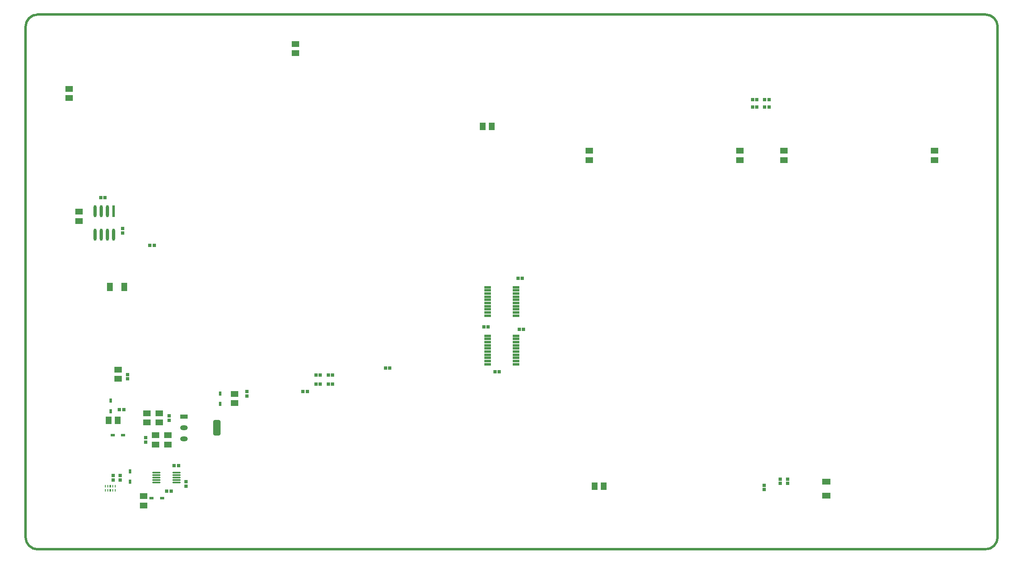
<source format=gtp>
G04*
G04 #@! TF.GenerationSoftware,Altium Limited,Altium Designer,25.5.2 (35)*
G04*
G04 Layer_Color=8421504*
%FSLAX43Y43*%
%MOMM*%
G71*
G04*
G04 #@! TF.SameCoordinates,63F32C08-AF9D-475E-98F0-C5E4A992C089*
G04*
G04*
G04 #@! TF.FilePolarity,Positive*
G04*
G01*
G75*
%ADD18C,0.500*%
G04:AMPARAMS|DCode=20|XSize=2.469mm|YSize=0.622mm|CornerRadius=0.311mm|HoleSize=0mm|Usage=FLASHONLY|Rotation=270.000|XOffset=0mm|YOffset=0mm|HoleType=Round|Shape=RoundedRectangle|*
%AMROUNDEDRECTD20*
21,1,2.469,0.000,0,0,270.0*
21,1,1.847,0.622,0,0,270.0*
1,1,0.622,0.000,-0.924*
1,1,0.622,0.000,0.924*
1,1,0.622,0.000,0.924*
1,1,0.622,0.000,-0.924*
%
%ADD20ROUNDEDRECTD20*%
%ADD21R,1.300X1.800*%
%ADD22R,0.540X0.860*%
%ADD23R,0.650X0.650*%
%ADD24R,1.500X1.300*%
%ADD25R,0.650X0.650*%
G04:AMPARAMS|DCode=26|XSize=0.45mm|YSize=1.4mm|CornerRadius=0.05mm|HoleSize=0mm|Usage=FLASHONLY|Rotation=90.000|XOffset=0mm|YOffset=0mm|HoleType=Round|Shape=RoundedRectangle|*
%AMROUNDEDRECTD26*
21,1,0.450,1.301,0,0,90.0*
21,1,0.351,1.400,0,0,90.0*
1,1,0.099,0.651,0.176*
1,1,0.099,0.651,-0.176*
1,1,0.099,-0.651,-0.176*
1,1,0.099,-0.651,0.176*
%
%ADD26ROUNDEDRECTD26*%
%ADD27R,1.300X1.500*%
%ADD28R,0.860X0.540*%
%ADD29R,1.800X1.300*%
G04:AMPARAMS|DCode=30|XSize=0.515mm|YSize=0.35mm|CornerRadius=0.025mm|HoleSize=0mm|Usage=FLASHONLY|Rotation=90.000|XOffset=0mm|YOffset=0mm|HoleType=Round|Shape=RoundedRectangle|*
%AMROUNDEDRECTD30*
21,1,0.515,0.300,0,0,90.0*
21,1,0.465,0.350,0,0,90.0*
1,1,0.050,0.150,0.233*
1,1,0.050,0.150,-0.233*
1,1,0.050,-0.150,-0.233*
1,1,0.050,-0.150,0.233*
%
%ADD30ROUNDEDRECTD30*%
%ADD31O,1.700X0.300*%
%ADD32R,1.604X0.952*%
%ADD33R,0.622X2.469*%
G04:AMPARAMS|DCode=34|XSize=0.565mm|YSize=0.2mm|CornerRadius=0.05mm|HoleSize=0mm|Usage=FLASHONLY|Rotation=90.000|XOffset=0mm|YOffset=0mm|HoleType=Round|Shape=RoundedRectangle|*
%AMROUNDEDRECTD34*
21,1,0.565,0.100,0,0,90.0*
21,1,0.465,0.200,0,0,90.0*
1,1,0.100,0.050,0.233*
1,1,0.100,0.050,-0.233*
1,1,0.100,-0.050,-0.233*
1,1,0.100,-0.050,0.233*
%
%ADD34ROUNDEDRECTD34*%
G04:AMPARAMS|DCode=35|XSize=1.604mm|YSize=0.952mm|CornerRadius=0.476mm|HoleSize=0mm|Usage=FLASHONLY|Rotation=0.000|XOffset=0mm|YOffset=0mm|HoleType=Round|Shape=RoundedRectangle|*
%AMROUNDEDRECTD35*
21,1,1.604,0.000,0,0,0.0*
21,1,0.652,0.952,0,0,0.0*
1,1,0.952,0.326,0.000*
1,1,0.952,-0.326,0.000*
1,1,0.952,-0.326,0.000*
1,1,0.952,0.326,0.000*
%
%ADD35ROUNDEDRECTD35*%
G04:AMPARAMS|DCode=36|XSize=1.604mm|YSize=3.262mm|CornerRadius=0.473mm|HoleSize=0mm|Usage=FLASHONLY|Rotation=0.000|XOffset=0mm|YOffset=0mm|HoleType=Round|Shape=RoundedRectangle|*
%AMROUNDEDRECTD36*
21,1,1.604,2.316,0,0,0.0*
21,1,0.658,3.262,0,0,0.0*
1,1,0.947,0.329,-1.158*
1,1,0.947,-0.329,-1.158*
1,1,0.947,-0.329,1.158*
1,1,0.947,0.329,1.158*
%
%ADD36ROUNDEDRECTD36*%
D18*
X2500Y110000D02*
G03*
X-0Y107500I0J-2500D01*
G01*
X200000D02*
G03*
X197500Y110000I-2500J0D01*
G01*
X197500Y-0D02*
G03*
X200000Y2500I0J2500D01*
G01*
X0Y2500D02*
G03*
X2500Y0I2500J0D01*
G01*
X2500Y110000D02*
X197500Y110000D01*
X2500Y0D02*
X197500D01*
X-0Y107500D02*
X0Y2500D01*
X200000Y2500D02*
X200000Y107500D01*
D20*
X15535Y64752D02*
D03*
X16805D02*
D03*
X15535Y69580D02*
D03*
X16805D02*
D03*
X14265Y64752D02*
D03*
X18075D02*
D03*
X14265Y69580D02*
D03*
D21*
X17375Y53975D02*
D03*
X20275D02*
D03*
D22*
X40000Y32070D02*
D03*
X17500Y30570D02*
D03*
X21500Y13930D02*
D03*
Y16070D02*
D03*
X17500Y28430D02*
D03*
X40000Y29930D02*
D03*
D23*
X25550Y62500D02*
D03*
X15440Y72310D02*
D03*
X74050Y37250D02*
D03*
X95177Y45790D02*
D03*
X96550Y36500D02*
D03*
X149550Y92500D02*
D03*
X101300Y55750D02*
D03*
X101550Y45250D02*
D03*
X149550Y91000D02*
D03*
X30550Y17250D02*
D03*
X20200Y28750D02*
D03*
X16340Y72310D02*
D03*
X94277Y45790D02*
D03*
X97450Y36500D02*
D03*
X102450Y45250D02*
D03*
X102200Y55750D02*
D03*
X152050Y91000D02*
D03*
X152950D02*
D03*
X150450D02*
D03*
X152050Y92500D02*
D03*
X152950D02*
D03*
X150450D02*
D03*
X62260Y35865D02*
D03*
X63160D02*
D03*
X63160Y33960D02*
D03*
X62260D02*
D03*
X60620Y35865D02*
D03*
X59720D02*
D03*
Y33960D02*
D03*
X60620D02*
D03*
X29050Y12000D02*
D03*
X29950D02*
D03*
X74950Y37250D02*
D03*
X26450Y62500D02*
D03*
X57050Y32500D02*
D03*
X57950D02*
D03*
X31450Y17250D02*
D03*
X19300Y28750D02*
D03*
D24*
X43000Y31950D02*
D03*
X11000Y69450D02*
D03*
X9000Y92800D02*
D03*
X55500Y103950D02*
D03*
X116000Y81950D02*
D03*
X156000D02*
D03*
X147000D02*
D03*
X187000D02*
D03*
X19000Y35050D02*
D03*
X24250Y9050D02*
D03*
X19000Y36950D02*
D03*
X11000Y67550D02*
D03*
X9000Y94700D02*
D03*
X26750Y21550D02*
D03*
X29250D02*
D03*
X25000Y28000D02*
D03*
X27500D02*
D03*
X43000Y30050D02*
D03*
X55500Y102050D02*
D03*
X116000Y80050D02*
D03*
X147000D02*
D03*
X187000D02*
D03*
X156000D02*
D03*
X24250Y10950D02*
D03*
X29250Y23450D02*
D03*
X26750D02*
D03*
X25000Y26100D02*
D03*
X27500Y26100D02*
D03*
D25*
X45500Y32450D02*
D03*
X155250Y14450D02*
D03*
X21000Y35050D02*
D03*
X152000Y13200D02*
D03*
X18000Y15200D02*
D03*
X19500D02*
D03*
X21000Y35950D02*
D03*
X20000Y65950D02*
D03*
X24750Y22050D02*
D03*
X29500Y27450D02*
D03*
X33000Y13000D02*
D03*
X45500Y31550D02*
D03*
X156750Y14450D02*
D03*
X152000Y12300D02*
D03*
X18000Y14300D02*
D03*
X19500D02*
D03*
X20000Y65050D02*
D03*
X155250Y13550D02*
D03*
X156750D02*
D03*
X33000Y13900D02*
D03*
X29500Y26550D02*
D03*
X24750Y22950D02*
D03*
D26*
X95050Y43275D02*
D03*
Y38075D02*
D03*
Y53275D02*
D03*
Y48075D02*
D03*
X100950Y53275D02*
D03*
Y43275D02*
D03*
X95050Y48725D02*
D03*
X100950Y38075D02*
D03*
Y48725D02*
D03*
Y48075D02*
D03*
X95050Y49375D02*
D03*
X100950D02*
D03*
Y50025D02*
D03*
X95050D02*
D03*
X100950Y43925D02*
D03*
Y52625D02*
D03*
Y41325D02*
D03*
Y51975D02*
D03*
Y38725D02*
D03*
Y40675D02*
D03*
Y42625D02*
D03*
Y40025D02*
D03*
Y51325D02*
D03*
Y41975D02*
D03*
Y50675D02*
D03*
Y53925D02*
D03*
Y39375D02*
D03*
X95050Y52625D02*
D03*
Y38725D02*
D03*
Y40675D02*
D03*
Y42625D02*
D03*
Y51975D02*
D03*
Y40025D02*
D03*
Y50675D02*
D03*
Y41975D02*
D03*
Y51325D02*
D03*
Y41325D02*
D03*
Y39375D02*
D03*
Y53925D02*
D03*
Y43925D02*
D03*
D27*
X95950Y87000D02*
D03*
X118950Y13000D02*
D03*
X18950Y26500D02*
D03*
X117050Y13000D02*
D03*
X94050Y87000D02*
D03*
X17050Y26500D02*
D03*
D28*
X28070Y10500D02*
D03*
X17930Y23500D02*
D03*
X20070D02*
D03*
X25930Y10500D02*
D03*
D29*
X164750Y13950D02*
D03*
X164750Y11050D02*
D03*
D30*
X17405Y12148D02*
D03*
Y12983D02*
D03*
D31*
X26950Y14750D02*
D03*
X31050Y13750D02*
D03*
Y14250D02*
D03*
Y14750D02*
D03*
Y15250D02*
D03*
Y15750D02*
D03*
X26950Y13750D02*
D03*
X26950Y14250D02*
D03*
Y15250D02*
D03*
Y15750D02*
D03*
D32*
X32605Y27290D02*
D03*
D33*
X18075Y69580D02*
D03*
D34*
X16905Y12148D02*
D03*
Y12983D02*
D03*
X16405D02*
D03*
Y12148D02*
D03*
X17905D02*
D03*
X18405D02*
D03*
Y12983D02*
D03*
X17905D02*
D03*
D35*
X32605Y22710D02*
D03*
Y25000D02*
D03*
D36*
X39395D02*
D03*
M02*

</source>
